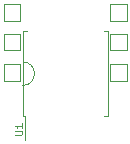
<source format=gbr>
%TF.GenerationSoftware,KiCad,Pcbnew,(6.0.1-0)*%
%TF.CreationDate,2022-07-01T15:48:40-04:00*%
%TF.ProjectId,vac-adapter,7661632d-6164-4617-9074-65722e6b6963,rev?*%
%TF.SameCoordinates,Original*%
%TF.FileFunction,Legend,Top*%
%TF.FilePolarity,Positive*%
%FSLAX46Y46*%
G04 Gerber Fmt 4.6, Leading zero omitted, Abs format (unit mm)*
G04 Created by KiCad (PCBNEW (6.0.1-0)) date 2022-07-01 15:48:40*
%MOMM*%
%LPD*%
G01*
G04 APERTURE LIST*
%ADD10C,0.100000*%
%ADD11C,0.120000*%
G04 APERTURE END LIST*
D10*
%TO.C,U1*%
X119771428Y-82557142D02*
X120257142Y-82557142D01*
X120314285Y-82528571D01*
X120342857Y-82500000D01*
X120371428Y-82442857D01*
X120371428Y-82328571D01*
X120342857Y-82271428D01*
X120314285Y-82242857D01*
X120257142Y-82214285D01*
X119771428Y-82214285D01*
X120371428Y-81614285D02*
X120371428Y-81957142D01*
X120371428Y-81785714D02*
X119771428Y-81785714D01*
X119857142Y-81842857D01*
X119914285Y-81900000D01*
X119942857Y-81957142D01*
D11*
X120390000Y-81010000D02*
X120557500Y-81010000D01*
X120390000Y-77400000D02*
X120390000Y-73790000D01*
X127610000Y-77400000D02*
X127610000Y-73790000D01*
X127610000Y-77400000D02*
X127610000Y-81010000D01*
X127610000Y-73790000D02*
X127275000Y-73790000D01*
X120557500Y-81010000D02*
X120557500Y-83000000D01*
X120390000Y-73790000D02*
X120725000Y-73790000D01*
X127610000Y-81010000D02*
X127275000Y-81010000D01*
X120390000Y-77400000D02*
X120390000Y-81010000D01*
X120400000Y-78399950D02*
G75*
G03*
X120390000Y-76400000I-10001J999950D01*
G01*
%TO.C,TP6*%
X120200000Y-78000000D02*
X118800000Y-78000000D01*
X120200000Y-76600000D02*
X120200000Y-78000000D01*
X118800000Y-78000000D02*
X118800000Y-76600000D01*
X118800000Y-76600000D02*
X120200000Y-76600000D01*
%TO.C,TP5*%
X120200000Y-75400000D02*
X118800000Y-75400000D01*
X120200000Y-74000000D02*
X120200000Y-75400000D01*
X118800000Y-75400000D02*
X118800000Y-74000000D01*
X118800000Y-74000000D02*
X120200000Y-74000000D01*
%TO.C,TP4*%
X120200000Y-72900000D02*
X118800000Y-72900000D01*
X120200000Y-71500000D02*
X120200000Y-72900000D01*
X118800000Y-72900000D02*
X118800000Y-71500000D01*
X118800000Y-71500000D02*
X120200000Y-71500000D01*
%TO.C,TP3*%
X129200000Y-75400000D02*
X127800000Y-75400000D01*
X129200000Y-74000000D02*
X129200000Y-75400000D01*
X127800000Y-75400000D02*
X127800000Y-74000000D01*
X127800000Y-74000000D02*
X129200000Y-74000000D01*
%TO.C,TP2*%
X129200000Y-78000000D02*
X127800000Y-78000000D01*
X129200000Y-76600000D02*
X129200000Y-78000000D01*
X127800000Y-78000000D02*
X127800000Y-76600000D01*
X127800000Y-76600000D02*
X129200000Y-76600000D01*
%TO.C,TP1*%
X129200000Y-72900000D02*
X127800000Y-72900000D01*
X129200000Y-71500000D02*
X129200000Y-72900000D01*
X127800000Y-72900000D02*
X127800000Y-71500000D01*
X127800000Y-71500000D02*
X129200000Y-71500000D01*
%TD*%
M02*

</source>
